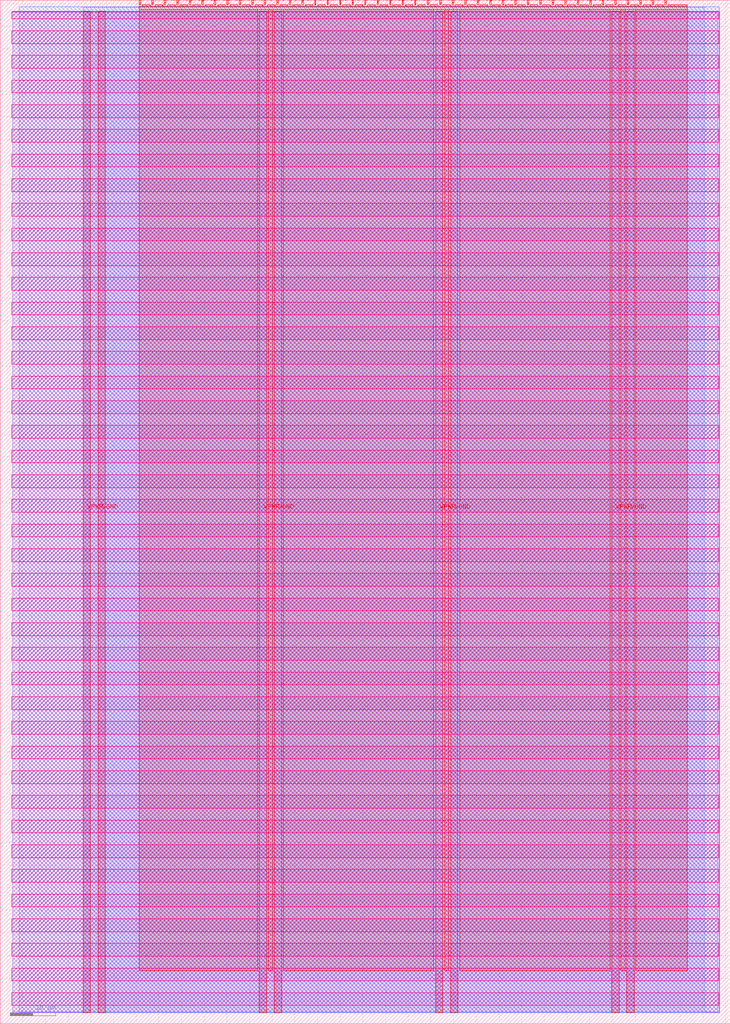
<source format=lef>
VERSION 5.7 ;
  NOWIREEXTENSIONATPIN ON ;
  DIVIDERCHAR "/" ;
  BUSBITCHARS "[]" ;
MACRO tt_um_brandonramos_VGA_Pong_with_NES_Controllers
  CLASS BLOCK ;
  FOREIGN tt_um_brandonramos_VGA_Pong_with_NES_Controllers ;
  ORIGIN 0.000 0.000 ;
  SIZE 161.000 BY 225.760 ;
  PIN VGND
    DIRECTION INOUT ;
    USE GROUND ;
    PORT
      LAYER met4 ;
        RECT 21.580 2.480 23.180 223.280 ;
    END
    PORT
      LAYER met4 ;
        RECT 60.450 2.480 62.050 223.280 ;
    END
    PORT
      LAYER met4 ;
        RECT 99.320 2.480 100.920 223.280 ;
    END
    PORT
      LAYER met4 ;
        RECT 138.190 2.480 139.790 223.280 ;
    END
  END VGND
  PIN VPWR
    DIRECTION INOUT ;
    USE POWER ;
    PORT
      LAYER met4 ;
        RECT 18.280 2.480 19.880 223.280 ;
    END
    PORT
      LAYER met4 ;
        RECT 57.150 2.480 58.750 223.280 ;
    END
    PORT
      LAYER met4 ;
        RECT 96.020 2.480 97.620 223.280 ;
    END
    PORT
      LAYER met4 ;
        RECT 134.890 2.480 136.490 223.280 ;
    END
  END VPWR
  PIN clk
    DIRECTION INPUT ;
    USE SIGNAL ;
    ANTENNAGATEAREA 0.852000 ;
    PORT
      LAYER met4 ;
        RECT 143.830 224.760 144.130 225.760 ;
    END
  END clk
  PIN ena
    DIRECTION INPUT ;
    USE SIGNAL ;
    PORT
      LAYER met4 ;
        RECT 146.590 224.760 146.890 225.760 ;
    END
  END ena
  PIN rst_n
    DIRECTION INPUT ;
    USE SIGNAL ;
    ANTENNAGATEAREA 0.213000 ;
    PORT
      LAYER met4 ;
        RECT 141.070 224.760 141.370 225.760 ;
    END
  END rst_n
  PIN ui_in[0]
    DIRECTION INPUT ;
    USE SIGNAL ;
    PORT
      LAYER met4 ;
        RECT 138.310 224.760 138.610 225.760 ;
    END
  END ui_in[0]
  PIN ui_in[1]
    DIRECTION INPUT ;
    USE SIGNAL ;
    PORT
      LAYER met4 ;
        RECT 135.550 224.760 135.850 225.760 ;
    END
  END ui_in[1]
  PIN ui_in[2]
    DIRECTION INPUT ;
    USE SIGNAL ;
    PORT
      LAYER met4 ;
        RECT 132.790 224.760 133.090 225.760 ;
    END
  END ui_in[2]
  PIN ui_in[3]
    DIRECTION INPUT ;
    USE SIGNAL ;
    PORT
      LAYER met4 ;
        RECT 130.030 224.760 130.330 225.760 ;
    END
  END ui_in[3]
  PIN ui_in[4]
    DIRECTION INPUT ;
    USE SIGNAL ;
    PORT
      LAYER met4 ;
        RECT 127.270 224.760 127.570 225.760 ;
    END
  END ui_in[4]
  PIN ui_in[5]
    DIRECTION INPUT ;
    USE SIGNAL ;
    PORT
      LAYER met4 ;
        RECT 124.510 224.760 124.810 225.760 ;
    END
  END ui_in[5]
  PIN ui_in[6]
    DIRECTION INPUT ;
    USE SIGNAL ;
    PORT
      LAYER met4 ;
        RECT 121.750 224.760 122.050 225.760 ;
    END
  END ui_in[6]
  PIN ui_in[7]
    DIRECTION INPUT ;
    USE SIGNAL ;
    PORT
      LAYER met4 ;
        RECT 118.990 224.760 119.290 225.760 ;
    END
  END ui_in[7]
  PIN uio_in[0]
    DIRECTION INPUT ;
    USE SIGNAL ;
    ANTENNAGATEAREA 0.213000 ;
    PORT
      LAYER met4 ;
        RECT 116.230 224.760 116.530 225.760 ;
    END
  END uio_in[0]
  PIN uio_in[1]
    DIRECTION INPUT ;
    USE SIGNAL ;
    PORT
      LAYER met4 ;
        RECT 113.470 224.760 113.770 225.760 ;
    END
  END uio_in[1]
  PIN uio_in[2]
    DIRECTION INPUT ;
    USE SIGNAL ;
    PORT
      LAYER met4 ;
        RECT 110.710 224.760 111.010 225.760 ;
    END
  END uio_in[2]
  PIN uio_in[3]
    DIRECTION INPUT ;
    USE SIGNAL ;
    ANTENNAGATEAREA 0.196500 ;
    PORT
      LAYER met4 ;
        RECT 107.950 224.760 108.250 225.760 ;
    END
  END uio_in[3]
  PIN uio_in[4]
    DIRECTION INPUT ;
    USE SIGNAL ;
    PORT
      LAYER met4 ;
        RECT 105.190 224.760 105.490 225.760 ;
    END
  END uio_in[4]
  PIN uio_in[5]
    DIRECTION INPUT ;
    USE SIGNAL ;
    PORT
      LAYER met4 ;
        RECT 102.430 224.760 102.730 225.760 ;
    END
  END uio_in[5]
  PIN uio_in[6]
    DIRECTION INPUT ;
    USE SIGNAL ;
    PORT
      LAYER met4 ;
        RECT 99.670 224.760 99.970 225.760 ;
    END
  END uio_in[6]
  PIN uio_in[7]
    DIRECTION INPUT ;
    USE SIGNAL ;
    PORT
      LAYER met4 ;
        RECT 96.910 224.760 97.210 225.760 ;
    END
  END uio_in[7]
  PIN uio_oe[0]
    DIRECTION OUTPUT ;
    USE SIGNAL ;
    ANTENNADIFFAREA 0.445500 ;
    PORT
      LAYER met4 ;
        RECT 49.990 224.760 50.290 225.760 ;
    END
  END uio_oe[0]
  PIN uio_oe[1]
    DIRECTION OUTPUT ;
    USE SIGNAL ;
    ANTENNADIFFAREA 0.445500 ;
    PORT
      LAYER met4 ;
        RECT 47.230 224.760 47.530 225.760 ;
    END
  END uio_oe[1]
  PIN uio_oe[2]
    DIRECTION OUTPUT ;
    USE SIGNAL ;
    ANTENNADIFFAREA 0.445500 ;
    PORT
      LAYER met4 ;
        RECT 44.470 224.760 44.770 225.760 ;
    END
  END uio_oe[2]
  PIN uio_oe[3]
    DIRECTION OUTPUT ;
    USE SIGNAL ;
    ANTENNADIFFAREA 0.445500 ;
    PORT
      LAYER met4 ;
        RECT 41.710 224.760 42.010 225.760 ;
    END
  END uio_oe[3]
  PIN uio_oe[4]
    DIRECTION OUTPUT ;
    USE SIGNAL ;
    ANTENNADIFFAREA 0.445500 ;
    PORT
      LAYER met4 ;
        RECT 38.950 224.760 39.250 225.760 ;
    END
  END uio_oe[4]
  PIN uio_oe[5]
    DIRECTION OUTPUT ;
    USE SIGNAL ;
    ANTENNADIFFAREA 0.445500 ;
    PORT
      LAYER met4 ;
        RECT 36.190 224.760 36.490 225.760 ;
    END
  END uio_oe[5]
  PIN uio_oe[6]
    DIRECTION OUTPUT ;
    USE SIGNAL ;
    ANTENNADIFFAREA 0.445500 ;
    PORT
      LAYER met4 ;
        RECT 33.430 224.760 33.730 225.760 ;
    END
  END uio_oe[6]
  PIN uio_oe[7]
    DIRECTION OUTPUT ;
    USE SIGNAL ;
    ANTENNADIFFAREA 0.445500 ;
    PORT
      LAYER met4 ;
        RECT 30.670 224.760 30.970 225.760 ;
    END
  END uio_oe[7]
  PIN uio_out[0]
    DIRECTION OUTPUT ;
    USE SIGNAL ;
    ANTENNADIFFAREA 0.445500 ;
    PORT
      LAYER met4 ;
        RECT 72.070 224.760 72.370 225.760 ;
    END
  END uio_out[0]
  PIN uio_out[1]
    DIRECTION OUTPUT ;
    USE SIGNAL ;
    ANTENNADIFFAREA 0.795200 ;
    PORT
      LAYER met4 ;
        RECT 69.310 224.760 69.610 225.760 ;
    END
  END uio_out[1]
  PIN uio_out[2]
    DIRECTION OUTPUT ;
    USE SIGNAL ;
    ANTENNADIFFAREA 0.795200 ;
    PORT
      LAYER met4 ;
        RECT 66.550 224.760 66.850 225.760 ;
    END
  END uio_out[2]
  PIN uio_out[3]
    DIRECTION OUTPUT ;
    USE SIGNAL ;
    ANTENNADIFFAREA 0.445500 ;
    PORT
      LAYER met4 ;
        RECT 63.790 224.760 64.090 225.760 ;
    END
  END uio_out[3]
  PIN uio_out[4]
    DIRECTION OUTPUT ;
    USE SIGNAL ;
    ANTENNADIFFAREA 0.445500 ;
    PORT
      LAYER met4 ;
        RECT 61.030 224.760 61.330 225.760 ;
    END
  END uio_out[4]
  PIN uio_out[5]
    DIRECTION OUTPUT ;
    USE SIGNAL ;
    ANTENNADIFFAREA 0.795200 ;
    PORT
      LAYER met4 ;
        RECT 58.270 224.760 58.570 225.760 ;
    END
  END uio_out[5]
  PIN uio_out[6]
    DIRECTION OUTPUT ;
    USE SIGNAL ;
    ANTENNADIFFAREA 0.445500 ;
    PORT
      LAYER met4 ;
        RECT 55.510 224.760 55.810 225.760 ;
    END
  END uio_out[6]
  PIN uio_out[7]
    DIRECTION OUTPUT ;
    USE SIGNAL ;
    ANTENNADIFFAREA 0.445500 ;
    PORT
      LAYER met4 ;
        RECT 52.750 224.760 53.050 225.760 ;
    END
  END uio_out[7]
  PIN uo_out[0]
    DIRECTION OUTPUT ;
    USE SIGNAL ;
    ANTENNADIFFAREA 0.445500 ;
    PORT
      LAYER met4 ;
        RECT 94.150 224.760 94.450 225.760 ;
    END
  END uo_out[0]
  PIN uo_out[1]
    DIRECTION OUTPUT ;
    USE SIGNAL ;
    ANTENNADIFFAREA 0.445500 ;
    PORT
      LAYER met4 ;
        RECT 91.390 224.760 91.690 225.760 ;
    END
  END uo_out[1]
  PIN uo_out[2]
    DIRECTION OUTPUT ;
    USE SIGNAL ;
    ANTENNADIFFAREA 0.445500 ;
    PORT
      LAYER met4 ;
        RECT 88.630 224.760 88.930 225.760 ;
    END
  END uo_out[2]
  PIN uo_out[3]
    DIRECTION OUTPUT ;
    USE SIGNAL ;
    ANTENNADIFFAREA 0.445500 ;
    PORT
      LAYER met4 ;
        RECT 85.870 224.760 86.170 225.760 ;
    END
  END uo_out[3]
  PIN uo_out[4]
    DIRECTION OUTPUT ;
    USE SIGNAL ;
    ANTENNADIFFAREA 0.445500 ;
    PORT
      LAYER met4 ;
        RECT 83.110 224.760 83.410 225.760 ;
    END
  END uo_out[4]
  PIN uo_out[5]
    DIRECTION OUTPUT ;
    USE SIGNAL ;
    ANTENNADIFFAREA 0.445500 ;
    PORT
      LAYER met4 ;
        RECT 80.350 224.760 80.650 225.760 ;
    END
  END uo_out[5]
  PIN uo_out[6]
    DIRECTION OUTPUT ;
    USE SIGNAL ;
    ANTENNADIFFAREA 0.445500 ;
    PORT
      LAYER met4 ;
        RECT 77.590 224.760 77.890 225.760 ;
    END
  END uo_out[6]
  PIN uo_out[7]
    DIRECTION OUTPUT ;
    USE SIGNAL ;
    ANTENNADIFFAREA 0.445500 ;
    PORT
      LAYER met4 ;
        RECT 74.830 224.760 75.130 225.760 ;
    END
  END uo_out[7]
  OBS
      LAYER nwell ;
        RECT 2.570 221.625 158.430 223.230 ;
        RECT 2.570 216.185 158.430 219.015 ;
        RECT 2.570 210.745 158.430 213.575 ;
        RECT 2.570 205.305 158.430 208.135 ;
        RECT 2.570 199.865 158.430 202.695 ;
        RECT 2.570 194.425 158.430 197.255 ;
        RECT 2.570 188.985 158.430 191.815 ;
        RECT 2.570 183.545 158.430 186.375 ;
        RECT 2.570 178.105 158.430 180.935 ;
        RECT 2.570 172.665 158.430 175.495 ;
        RECT 2.570 167.225 158.430 170.055 ;
        RECT 2.570 161.785 158.430 164.615 ;
        RECT 2.570 156.345 158.430 159.175 ;
        RECT 2.570 150.905 158.430 153.735 ;
        RECT 2.570 145.465 158.430 148.295 ;
        RECT 2.570 140.025 158.430 142.855 ;
        RECT 2.570 134.585 158.430 137.415 ;
        RECT 2.570 129.145 158.430 131.975 ;
        RECT 2.570 123.705 158.430 126.535 ;
        RECT 2.570 118.265 158.430 121.095 ;
        RECT 2.570 112.825 158.430 115.655 ;
        RECT 2.570 107.385 158.430 110.215 ;
        RECT 2.570 101.945 158.430 104.775 ;
        RECT 2.570 96.505 158.430 99.335 ;
        RECT 2.570 91.065 158.430 93.895 ;
        RECT 2.570 85.625 158.430 88.455 ;
        RECT 2.570 80.185 158.430 83.015 ;
        RECT 2.570 74.745 158.430 77.575 ;
        RECT 2.570 69.305 158.430 72.135 ;
        RECT 2.570 63.865 158.430 66.695 ;
        RECT 2.570 58.425 158.430 61.255 ;
        RECT 2.570 52.985 158.430 55.815 ;
        RECT 2.570 47.545 158.430 50.375 ;
        RECT 2.570 42.105 158.430 44.935 ;
        RECT 2.570 36.665 158.430 39.495 ;
        RECT 2.570 31.225 158.430 34.055 ;
        RECT 2.570 25.785 158.430 28.615 ;
        RECT 2.570 20.345 158.430 23.175 ;
        RECT 2.570 14.905 158.430 17.735 ;
        RECT 2.570 9.465 158.430 12.295 ;
        RECT 2.570 4.025 158.430 6.855 ;
      LAYER li1 ;
        RECT 2.760 2.635 158.240 223.125 ;
      LAYER met1 ;
        RECT 2.760 2.480 158.630 223.280 ;
      LAYER met2 ;
        RECT 4.240 2.535 158.600 224.245 ;
      LAYER met3 ;
        RECT 18.290 2.555 155.415 224.225 ;
      LAYER met4 ;
        RECT 31.370 224.360 33.030 224.760 ;
        RECT 34.130 224.360 35.790 224.760 ;
        RECT 36.890 224.360 38.550 224.760 ;
        RECT 39.650 224.360 41.310 224.760 ;
        RECT 42.410 224.360 44.070 224.760 ;
        RECT 45.170 224.360 46.830 224.760 ;
        RECT 47.930 224.360 49.590 224.760 ;
        RECT 50.690 224.360 52.350 224.760 ;
        RECT 53.450 224.360 55.110 224.760 ;
        RECT 56.210 224.360 57.870 224.760 ;
        RECT 58.970 224.360 60.630 224.760 ;
        RECT 61.730 224.360 63.390 224.760 ;
        RECT 64.490 224.360 66.150 224.760 ;
        RECT 67.250 224.360 68.910 224.760 ;
        RECT 70.010 224.360 71.670 224.760 ;
        RECT 72.770 224.360 74.430 224.760 ;
        RECT 75.530 224.360 77.190 224.760 ;
        RECT 78.290 224.360 79.950 224.760 ;
        RECT 81.050 224.360 82.710 224.760 ;
        RECT 83.810 224.360 85.470 224.760 ;
        RECT 86.570 224.360 88.230 224.760 ;
        RECT 89.330 224.360 90.990 224.760 ;
        RECT 92.090 224.360 93.750 224.760 ;
        RECT 94.850 224.360 96.510 224.760 ;
        RECT 97.610 224.360 99.270 224.760 ;
        RECT 100.370 224.360 102.030 224.760 ;
        RECT 103.130 224.360 104.790 224.760 ;
        RECT 105.890 224.360 107.550 224.760 ;
        RECT 108.650 224.360 110.310 224.760 ;
        RECT 111.410 224.360 113.070 224.760 ;
        RECT 114.170 224.360 115.830 224.760 ;
        RECT 116.930 224.360 118.590 224.760 ;
        RECT 119.690 224.360 121.350 224.760 ;
        RECT 122.450 224.360 124.110 224.760 ;
        RECT 125.210 224.360 126.870 224.760 ;
        RECT 127.970 224.360 129.630 224.760 ;
        RECT 130.730 224.360 132.390 224.760 ;
        RECT 133.490 224.360 135.150 224.760 ;
        RECT 136.250 224.360 137.910 224.760 ;
        RECT 139.010 224.360 140.670 224.760 ;
        RECT 141.770 224.360 143.430 224.760 ;
        RECT 144.530 224.360 146.190 224.760 ;
        RECT 147.290 224.360 151.505 224.760 ;
        RECT 30.655 223.680 151.505 224.360 ;
        RECT 30.655 11.735 56.750 223.680 ;
        RECT 59.150 11.735 60.050 223.680 ;
        RECT 62.450 11.735 95.620 223.680 ;
        RECT 98.020 11.735 98.920 223.680 ;
        RECT 101.320 11.735 134.490 223.680 ;
        RECT 136.890 11.735 137.790 223.680 ;
        RECT 140.190 11.735 151.505 223.680 ;
  END
END tt_um_brandonramos_VGA_Pong_with_NES_Controllers
END LIBRARY


</source>
